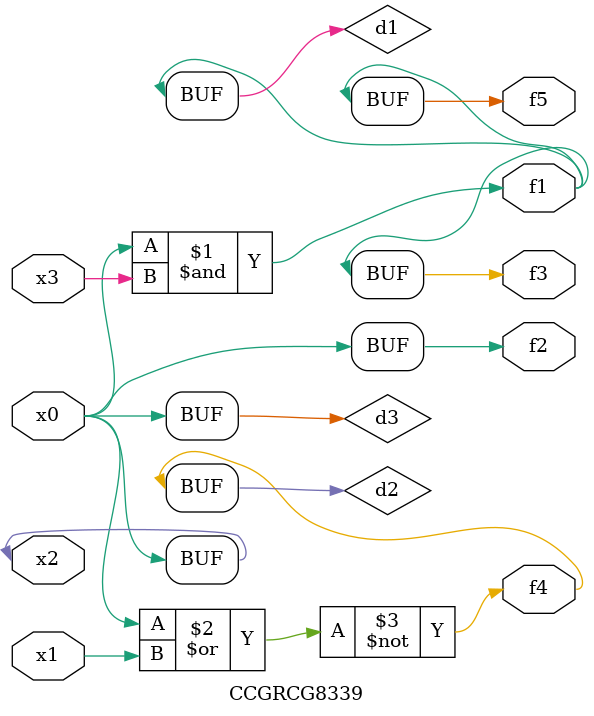
<source format=v>
module CCGRCG8339(
	input x0, x1, x2, x3,
	output f1, f2, f3, f4, f5
);

	wire d1, d2, d3;

	and (d1, x2, x3);
	nor (d2, x0, x1);
	buf (d3, x0, x2);
	assign f1 = d1;
	assign f2 = d3;
	assign f3 = d1;
	assign f4 = d2;
	assign f5 = d1;
endmodule

</source>
